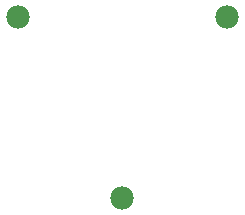
<source format=gts>
G04 EAGLE Gerber RS-274X export*
G75*
%MOMM*%
%FSLAX34Y34*%
%LPD*%
%INSoldermask Top*%
%IPPOS*%
%AMOC8*
5,1,8,0,0,1.08239X$1,22.5*%
G01*
%ADD10C,1.981200*%


D10*
X-88768Y51250D03*
X0Y-102500D03*
X88768Y51250D03*
M02*

</source>
